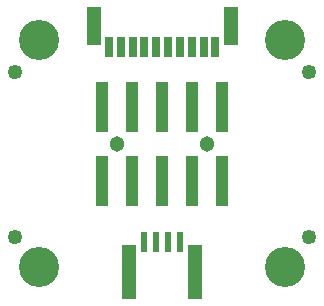
<source format=gbr>
G04 #@! TF.GenerationSoftware,KiCad,Pcbnew,5.1.0-rc2-unknown-036be7d~80~ubuntu16.04.1*
G04 #@! TF.CreationDate,2023-05-22T11:40:45+03:00*
G04 #@! TF.ProjectId,UEXT-PQ_Rev_A,55455854-2d50-4515-9f52-65765f412e6b,A*
G04 #@! TF.SameCoordinates,Original*
G04 #@! TF.FileFunction,Soldermask,Top*
G04 #@! TF.FilePolarity,Negative*
%FSLAX46Y46*%
G04 Gerber Fmt 4.6, Leading zero omitted, Abs format (unit mm)*
G04 Created by KiCad (PCBNEW 5.1.0-rc2-unknown-036be7d~80~ubuntu16.04.1) date 2023-05-22 11:40:45*
%MOMM*%
%LPD*%
G04 APERTURE LIST*
%ADD10C,1.301600*%
%ADD11R,1.101600X4.351600*%
%ADD12C,1.254000*%
%ADD13C,3.401600*%
%ADD14R,1.301600X3.201600*%
%ADD15R,0.701600X1.651600*%
%ADD16R,0.601600X1.651600*%
%ADD17R,1.301600X4.601600*%
G04 APERTURE END LIST*
D10*
X83190000Y-138600000D03*
D11*
X92080000Y-135475000D03*
X92080000Y-141725000D03*
X89540000Y-135475000D03*
X89540000Y-141725000D03*
X87000000Y-135475000D03*
X87000000Y-141725000D03*
X84460000Y-135475000D03*
X84460000Y-141725000D03*
X81920000Y-135475000D03*
X81920000Y-141725000D03*
D10*
X90810000Y-138600000D03*
D12*
X99441000Y-146431000D03*
X74549000Y-146431000D03*
X74549000Y-132461000D03*
D13*
X76600000Y-129800000D03*
X97400000Y-129800000D03*
X76600000Y-149000000D03*
X97400000Y-149000000D03*
D12*
X99441000Y-132461000D03*
D14*
X92800000Y-128550000D03*
X81200000Y-128550000D03*
D15*
X91500000Y-130325000D03*
X90500000Y-130325000D03*
X89500000Y-130325000D03*
X88500000Y-130325000D03*
X87500000Y-130325000D03*
X86500000Y-130325000D03*
X85500000Y-130325000D03*
X84500000Y-130325000D03*
X83500000Y-130325000D03*
X82500000Y-130325000D03*
D16*
X88500000Y-146900000D03*
X86500000Y-146900000D03*
X87500000Y-146900000D03*
D17*
X84200000Y-149375000D03*
X89800000Y-149375000D03*
D16*
X85500000Y-146900000D03*
M02*

</source>
